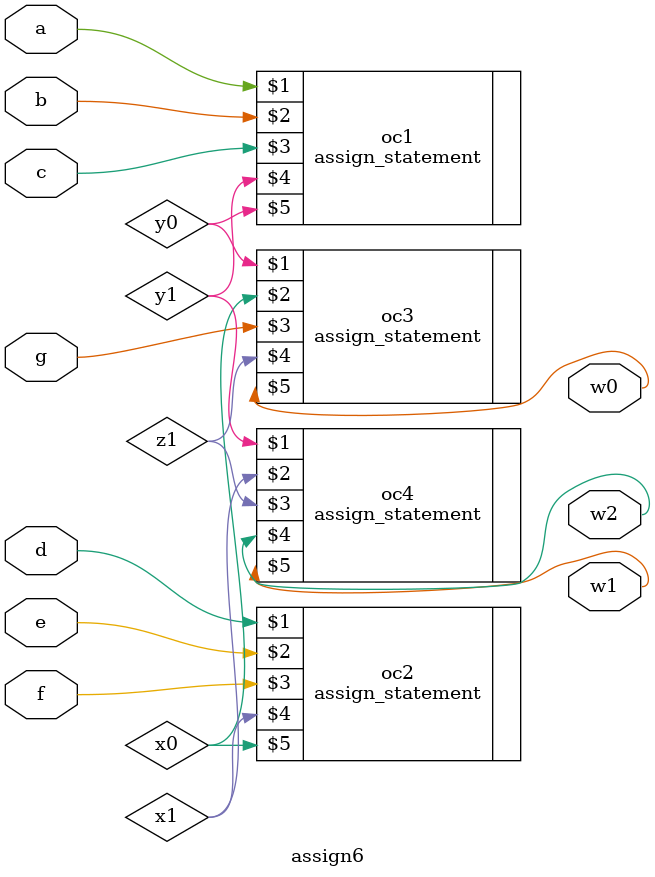
<source format=v>
 `timescale 1ns/1ns
module assign6(input a, b, c, d, e, f, g, output w2, w1, w0);
	wire y1, y0, x1, x0, z1;
	assign_statement oc1(a, b, c, y1, y0);
	assign_statement oc2(d, e, f, x1, x0);
	assign_statement oc3(y0, x0, g, z1, w0);
	assign_statement oc4(y1, x1, z1, w2, w1);
endmodule
</source>
